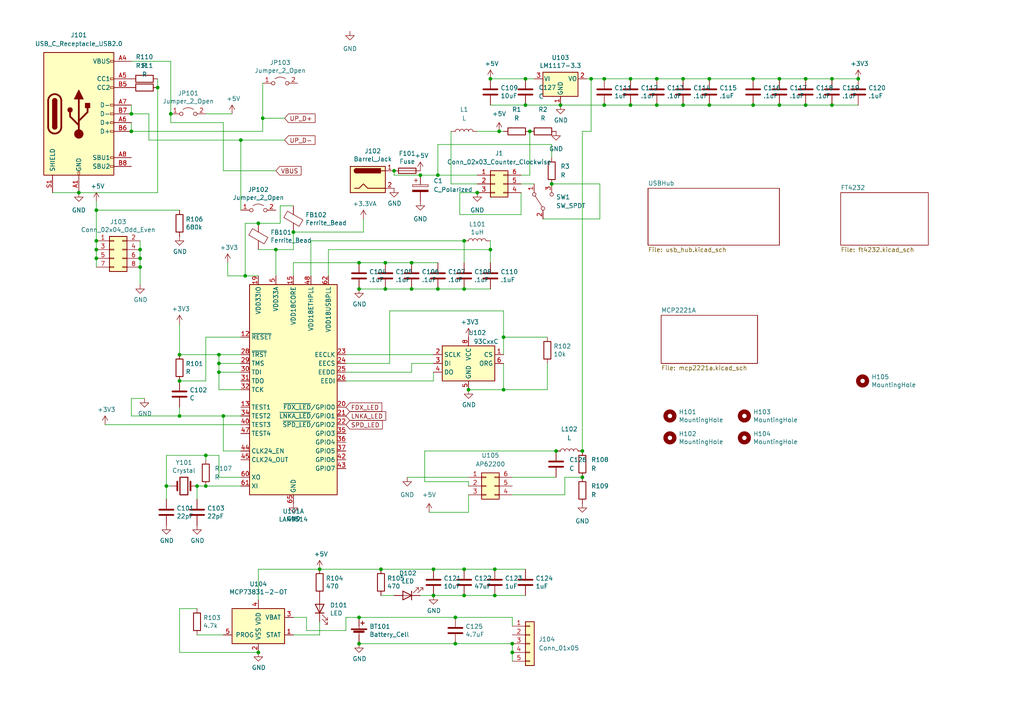
<source format=kicad_sch>
(kicad_sch (version 20211123) (generator eeschema)
  (paper "A4")
  (junction (at 71.12 80.01))
  (junction (at 52.07 120.65))
  (junction (at 161.29 130.81))
  (junction (at 198.12 22.86))
  (junction (at 148.59 189.23))
  (junction (at 205.74 30.48))
  (junction (at 182.88 22.86))
  (junction (at 143.51 165.1))
  (junction (at 119.38 83.82))
  (junction (at 40.64 74.93))
  (junction (at 104.14 186.69))
  (junction (at 162.56 30.48))
  (junction (at 146.05 97.79))
  (junction (at 27.94 69.85))
  (junction (at 198.12 30.48))
  (junction (at 152.4 22.86))
  (junction (at 45.72 25.4))
  (junction (at 138.43 55.88))
  (junction (at 110.49 165.1))
  (junction (at 248.92 22.86))
  (junction (at 74.93 64.77))
  (junction (at 92.71 165.1))
  (junction (at 153.67 38.1))
  (junction (at 114.3 49.53))
  (junction (at 226.06 30.48))
  (junction (at 64.77 120.65))
  (junction (at 59.69 132.08))
  (junction (at 74.93 189.23))
  (junction (at 40.64 72.39))
  (junction (at 38.1 33.02))
  (junction (at 104.14 179.07))
  (junction (at 241.3 22.86))
  (junction (at 135.89 113.03))
  (junction (at 134.62 165.1))
  (junction (at 63.5 105.41))
  (junction (at 168.91 130.81))
  (junction (at 57.15 140.97))
  (junction (at 121.92 50.8))
  (junction (at 27.94 72.39))
  (junction (at 190.5 30.48))
  (junction (at 59.69 140.97))
  (junction (at 127 50.8))
  (junction (at 168.91 138.43))
  (junction (at 142.24 22.86))
  (junction (at 85.09 67.31))
  (junction (at 152.4 30.48))
  (junction (at 132.08 179.07))
  (junction (at 22.86 55.88))
  (junction (at 134.62 83.82))
  (junction (at 119.38 76.2))
  (junction (at 218.44 22.86))
  (junction (at 40.64 77.47))
  (junction (at 111.76 83.82))
  (junction (at 80.01 72.39))
  (junction (at 125.73 172.72))
  (junction (at 63.5 107.95))
  (junction (at 63.5 102.87))
  (junction (at 175.26 30.48))
  (junction (at 104.14 76.2))
  (junction (at 49.53 33.02))
  (junction (at 218.44 30.48))
  (junction (at 146.05 113.03))
  (junction (at 190.5 22.86))
  (junction (at 27.94 74.93))
  (junction (at 69.85 40.64))
  (junction (at 38.1 38.1))
  (junction (at 171.45 22.86))
  (junction (at 134.62 172.72))
  (junction (at 111.76 76.2))
  (junction (at 125.73 165.1))
  (junction (at 205.74 22.86))
  (junction (at 226.06 22.86))
  (junction (at 144.78 38.1))
  (junction (at 142.24 72.39))
  (junction (at 143.51 172.72))
  (junction (at 127 83.82))
  (junction (at 48.26 140.97))
  (junction (at 52.07 110.49))
  (junction (at 241.3 30.48))
  (junction (at 233.68 22.86))
  (junction (at 134.62 69.85))
  (junction (at 175.26 22.86))
  (junction (at 76.2 34.29))
  (junction (at 160.02 53.34))
  (junction (at 104.14 83.82))
  (junction (at 148.59 186.69))
  (junction (at 52.07 102.87))
  (junction (at 132.08 186.69))
  (junction (at 27.94 60.96))
  (junction (at 182.88 30.48))
  (junction (at 233.68 30.48))
  (wire (pts (xy 154.94 22.86) (xy 152.4 22.86)))
  (wire (pts (xy 63.5 105.41) (xy 63.5 102.87)))
  (wire (pts (xy 111.76 83.82) (xy 119.38 83.82)))
  (wire (pts (xy 43.18 40.64) (xy 43.18 33.02)))
  (wire (pts (xy 64.77 35.56) (xy 64.77 49.53)))
  (wire (pts (xy 49.53 35.56) (xy 64.77 35.56)))
  (wire (pts (xy 168.91 138.43) (xy 163.83 138.43)))
  (wire (pts (xy 52.07 60.96) (xy 27.94 60.96)))
  (wire (pts (xy 119.38 76.2) (xy 127 76.2)))
  (wire (pts (xy 57.15 140.97) (xy 59.69 140.97)))
  (wire (pts (xy 100.33 105.41) (xy 113.03 105.41)))
  (wire (pts (xy 162.56 30.48) (xy 175.26 30.48)))
  (wire (pts (xy 69.85 120.65) (xy 64.77 120.65)))
  (wire (pts (xy 123.19 139.7) (xy 135.89 139.7)))
  (wire (pts (xy 88.9 182.88) (xy 100.33 182.88)))
  (wire (pts (xy 48.26 140.97) (xy 48.26 132.08)))
  (wire (pts (xy 71.12 64.77) (xy 71.12 80.01)))
  (wire (pts (xy 52.07 110.49) (xy 59.69 110.49)))
  (wire (pts (xy 111.76 83.82) (xy 104.14 83.82)))
  (wire (pts (xy 205.74 30.48) (xy 218.44 30.48)))
  (wire (pts (xy 92.71 184.15) (xy 85.09 184.15)))
  (wire (pts (xy 110.49 165.1) (xy 125.73 165.1)))
  (wire (pts (xy 148.59 189.23) (xy 148.59 191.77)))
  (wire (pts (xy 134.62 69.85) (xy 134.62 76.2)))
  (wire (pts (xy 85.09 179.07) (xy 88.9 179.07)))
  (wire (pts (xy 64.77 49.53) (xy 80.01 49.53)))
  (wire (pts (xy 125.73 110.49) (xy 100.33 110.49)))
  (wire (pts (xy 142.24 72.39) (xy 142.24 76.2)))
  (wire (pts (xy 43.18 33.02) (xy 38.1 33.02)))
  (wire (pts (xy 15.24 55.88) (xy 22.86 55.88)))
  (wire (pts (xy 49.53 17.78) (xy 38.1 17.78)))
  (wire (pts (xy 119.38 105.41) (xy 125.73 105.41)))
  (wire (pts (xy 146.05 113.03) (xy 135.89 113.03)))
  (wire (pts (xy 69.85 60.96) (xy 69.85 40.64)))
  (wire (pts (xy 173.99 63.5) (xy 157.48 63.5)))
  (wire (pts (xy 171.45 38.1) (xy 171.45 22.86)))
  (wire (pts (xy 90.17 69.85) (xy 134.62 69.85)))
  (wire (pts (xy 146.05 97.79) (xy 146.05 102.87)))
  (wire (pts (xy 74.93 64.77) (xy 71.12 64.77)))
  (wire (pts (xy 158.75 105.41) (xy 158.75 113.03)))
  (wire (pts (xy 205.74 30.48) (xy 198.12 30.48)))
  (wire (pts (xy 95.25 80.01) (xy 95.25 72.39)))
  (wire (pts (xy 138.43 50.8) (xy 127 50.8)))
  (wire (pts (xy 143.51 172.72) (xy 152.4 172.72)))
  (wire (pts (xy 69.85 105.41) (xy 63.5 105.41)))
  (wire (pts (xy 90.17 80.01) (xy 90.17 69.85)))
  (wire (pts (xy 64.77 130.81) (xy 64.77 120.65)))
  (wire (pts (xy 127 41.91) (xy 127 50.8)))
  (wire (pts (xy 163.83 143.51) (xy 148.59 143.51)))
  (wire (pts (xy 138.43 38.1) (xy 144.78 38.1)))
  (wire (pts (xy 48.26 132.08) (xy 59.69 132.08)))
  (wire (pts (xy 74.93 165.1) (xy 92.71 165.1)))
  (wire (pts (xy 111.76 76.2) (xy 104.14 76.2)))
  (wire (pts (xy 233.68 22.86) (xy 226.06 22.86)))
  (wire (pts (xy 134.62 165.1) (xy 143.51 165.1)))
  (wire (pts (xy 85.09 76.2) (xy 85.09 80.01)))
  (wire (pts (xy 135.89 143.51) (xy 135.89 148.59)))
  (wire (pts (xy 148.59 179.07) (xy 132.08 179.07)))
  (wire (pts (xy 71.12 80.01) (xy 66.04 80.01)))
  (wire (pts (xy 134.62 83.82) (xy 127 83.82)))
  (wire (pts (xy 135.89 139.7) (xy 135.89 140.97)))
  (wire (pts (xy 100.33 179.07) (xy 104.14 179.07)))
  (wire (pts (xy 182.88 30.48) (xy 190.5 30.48)))
  (wire (pts (xy 85.09 67.31) (xy 85.09 72.39)))
  (wire (pts (xy 52.07 120.65) (xy 38.1 120.65)))
  (wire (pts (xy 161.29 130.81) (xy 123.19 130.81)))
  (wire (pts (xy 133.35 62.23) (xy 151.13 62.23)))
  (wire (pts (xy 226.06 30.48) (xy 233.68 30.48)))
  (wire (pts (xy 40.64 74.93) (xy 40.64 77.47)))
  (wire (pts (xy 85.09 72.39) (xy 80.01 72.39)))
  (wire (pts (xy 168.91 38.1) (xy 171.45 38.1)))
  (wire (pts (xy 69.85 102.87) (xy 63.5 102.87)))
  (wire (pts (xy 43.18 40.64) (xy 69.85 40.64)))
  (wire (pts (xy 57.15 176.53) (xy 52.07 176.53)))
  (wire (pts (xy 92.71 180.34) (xy 92.71 184.15)))
  (wire (pts (xy 171.45 22.86) (xy 175.26 22.86)))
  (wire (pts (xy 121.92 50.8) (xy 114.3 50.8)))
  (wire (pts (xy 153.67 38.1) (xy 153.67 50.8)))
  (wire (pts (xy 113.03 105.41) (xy 113.03 90.17)))
  (wire (pts (xy 76.2 24.13) (xy 76.2 34.29)))
  (wire (pts (xy 114.3 172.72) (xy 110.49 172.72)))
  (wire (pts (xy 40.64 69.85) (xy 40.64 72.39)))
  (wire (pts (xy 134.62 172.72) (xy 125.73 172.72)))
  (wire (pts (xy 168.91 130.81) (xy 168.91 38.1)))
  (wire (pts (xy 59.69 132.08) (xy 63.5 132.08)))
  (wire (pts (xy 175.26 30.48) (xy 182.88 30.48)))
  (wire (pts (xy 114.3 50.8) (xy 114.3 49.53)))
  (wire (pts (xy 69.85 107.95) (xy 63.5 107.95)))
  (wire (pts (xy 67.31 33.02) (xy 59.69 33.02)))
  (wire (pts (xy 133.35 55.88) (xy 133.35 62.23)))
  (wire (pts (xy 151.13 53.34) (xy 154.94 53.34)))
  (wire (pts (xy 134.62 83.82) (xy 142.24 83.82)))
  (wire (pts (xy 38.1 38.1) (xy 76.2 38.1)))
  (wire (pts (xy 41.91 115.57) (xy 38.1 115.57)))
  (wire (pts (xy 132.08 179.07) (xy 104.14 179.07)))
  (wire (pts (xy 76.2 38.1) (xy 76.2 34.29)))
  (wire (pts (xy 81.28 59.69) (xy 85.09 59.69)))
  (wire (pts (xy 127 50.8) (xy 121.92 50.8)))
  (wire (pts (xy 152.4 22.86) (xy 142.24 22.86)))
  (wire (pts (xy 48.26 140.97) (xy 48.26 144.78)))
  (wire (pts (xy 125.73 165.1) (xy 134.62 165.1)))
  (wire (pts (xy 59.69 97.79) (xy 69.85 97.79)))
  (wire (pts (xy 66.04 80.01) (xy 66.04 76.2)))
  (wire (pts (xy 100.33 182.88) (xy 100.33 179.07)))
  (wire (pts (xy 27.94 74.93) (xy 27.94 72.39)))
  (wire (pts (xy 190.5 22.86) (xy 182.88 22.86)))
  (wire (pts (xy 198.12 22.86) (xy 190.5 22.86)))
  (wire (pts (xy 148.59 138.43) (xy 161.29 138.43)))
  (wire (pts (xy 52.07 102.87) (xy 52.07 93.98)))
  (wire (pts (xy 119.38 83.82) (xy 127 83.82)))
  (wire (pts (xy 218.44 30.48) (xy 226.06 30.48)))
  (wire (pts (xy 130.81 53.34) (xy 138.43 53.34)))
  (wire (pts (xy 241.3 30.48) (xy 233.68 30.48)))
  (wire (pts (xy 27.94 69.85) (xy 27.94 60.96)))
  (wire (pts (xy 198.12 30.48) (xy 190.5 30.48)))
  (wire (pts (xy 198.12 22.86) (xy 205.74 22.86)))
  (wire (pts (xy 218.44 22.86) (xy 205.74 22.86)))
  (wire (pts (xy 241.3 22.86) (xy 248.92 22.86)))
  (wire (pts (xy 52.07 189.23) (xy 74.93 189.23)))
  (wire (pts (xy 123.19 130.81) (xy 123.19 139.7)))
  (wire (pts (xy 63.5 132.08) (xy 63.5 138.43)))
  (wire (pts (xy 175.26 22.86) (xy 182.88 22.86)))
  (wire (pts (xy 158.75 97.79) (xy 146.05 97.79)))
  (wire (pts (xy 152.4 30.48) (xy 162.56 30.48)))
  (wire (pts (xy 88.9 179.07) (xy 88.9 182.88)))
  (wire (pts (xy 45.72 25.4) (xy 45.72 55.88)))
  (wire (pts (xy 59.69 140.97) (xy 69.85 140.97)))
  (wire (pts (xy 49.53 140.97) (xy 48.26 140.97)))
  (wire (pts (xy 69.85 130.81) (xy 64.77 130.81)))
  (wire (pts (xy 148.59 181.61) (xy 148.59 179.07)))
  (wire (pts (xy 218.44 22.86) (xy 226.06 22.86)))
  (wire (pts (xy 80.01 72.39) (xy 74.93 72.39)))
  (wire (pts (xy 63.5 102.87) (xy 52.07 102.87)))
  (wire (pts (xy 63.5 113.03) (xy 63.5 107.95)))
  (wire (pts (xy 135.89 148.59) (xy 124.46 148.59)))
  (wire (pts (xy 130.81 38.1) (xy 130.81 53.34)))
  (wire (pts (xy 170.18 22.86) (xy 171.45 22.86)))
  (wire (pts (xy 63.5 138.43) (xy 69.85 138.43)))
  (wire (pts (xy 49.53 33.02) (xy 49.53 35.56)))
  (wire (pts (xy 134.62 172.72) (xy 143.51 172.72)))
  (wire (pts (xy 59.69 132.08) (xy 59.69 133.35)))
  (wire (pts (xy 38.1 120.65) (xy 38.1 115.57)))
  (wire (pts (xy 105.41 67.31) (xy 85.09 67.31)))
  (wire (pts (xy 27.94 77.47) (xy 27.94 74.93)))
  (wire (pts (xy 121.92 172.72) (xy 125.73 172.72)))
  (wire (pts (xy 241.3 22.86) (xy 233.68 22.86)))
  (wire (pts (xy 146.05 90.17) (xy 146.05 97.79)))
  (wire (pts (xy 69.85 40.64) (xy 82.55 40.64)))
  (wire (pts (xy 125.73 102.87) (xy 100.33 102.87)))
  (wire (pts (xy 81.28 64.77) (xy 81.28 59.69)))
  (wire (pts (xy 27.94 60.96) (xy 27.94 58.42)))
  (wire (pts (xy 74.93 80.01) (xy 71.12 80.01)))
  (wire (pts (xy 104.14 186.69) (xy 132.08 186.69)))
  (wire (pts (xy 27.94 72.39) (xy 27.94 69.85)))
  (wire (pts (xy 153.67 50.8) (xy 151.13 50.8)))
  (wire (pts (xy 160.02 45.72) (xy 160.02 41.91)))
  (wire (pts (xy 173.99 53.34) (xy 173.99 63.5)))
  (wire (pts (xy 64.77 120.65) (xy 52.07 120.65)))
  (wire (pts (xy 40.64 77.47) (xy 40.64 82.55)))
  (wire (pts (xy 95.25 72.39) (xy 142.24 72.39)))
  (wire (pts (xy 142.24 30.48) (xy 152.4 30.48)))
  (wire (pts (xy 57.15 140.97) (xy 57.15 144.78)))
  (wire (pts (xy 76.2 34.29) (xy 82.55 34.29)))
  (wire (pts (xy 49.53 33.02) (xy 49.53 17.78)))
  (wire (pts (xy 144.78 38.1) (xy 146.05 38.1)))
  (wire (pts (xy 113.03 90.17) (xy 146.05 90.17)))
  (wire (pts (xy 52.07 118.11) (xy 52.07 120.65)))
  (wire (pts (xy 146.05 105.41) (xy 146.05 113.03)))
  (wire (pts (xy 59.69 110.49) (xy 59.69 97.79)))
  (wire (pts (xy 142.24 69.85) (xy 142.24 72.39)))
  (wire (pts (xy 80.01 72.39) (xy 80.01 80.01)))
  (wire (pts (xy 119.38 107.95) (xy 119.38 105.41)))
  (wire (pts (xy 69.85 113.03) (xy 63.5 113.03)))
  (wire (pts (xy 52.07 176.53) (xy 52.07 189.23)))
  (wire (pts (xy 104.14 76.2) (xy 85.09 76.2)))
  (wire (pts (xy 63.5 107.95) (xy 63.5 105.41)))
  (wire (pts (xy 92.71 165.1) (xy 110.49 165.1)))
  (wire (pts (xy 151.13 62.23) (xy 151.13 55.88)))
  (wire (pts (xy 148.59 186.69) (xy 148.59 189.23)))
  (wire (pts (xy 45.72 22.86) (xy 45.72 25.4)))
  (wire (pts (xy 45.72 55.88) (xy 22.86 55.88)))
  (wire (pts (xy 160.02 41.91) (xy 127 41.91)))
  (wire (pts (xy 163.83 138.43) (xy 163.83 143.51)))
  (wire (pts (xy 125.73 107.95) (xy 125.73 110.49)))
  (wire (pts (xy 69.85 123.19) (xy 30.48 123.19)))
  (wire (pts (xy 248.92 30.48) (xy 241.3 30.48)))
  (wire (pts (xy 38.1 30.48) (xy 38.1 33.02)))
  (wire (pts (xy 119.38 76.2) (xy 111.76 76.2)))
  (wire (pts (xy 105.41 63.5) (xy 105.41 67.31)))
  (wire (pts (xy 160.02 53.34) (xy 173.99 53.34)))
  (wire (pts (xy 64.77 184.15) (xy 57.15 184.15)))
  (wire (pts (xy 138.43 55.88) (xy 133.35 55.88)))
  (wire (pts (xy 40.64 72.39) (xy 40.64 74.93)))
  (wire (pts (xy 74.93 64.77) (xy 81.28 64.77)))
  (wire (pts (xy 143.51 165.1) (xy 152.4 165.1)))
  (wire (pts (xy 74.93 173.99) (xy 74.93 165.1)))
  (wire (pts (xy 38.1 35.56) (xy 38.1 38.1)))
  (wire (pts (xy 118.11 138.43) (xy 135.89 138.43)))
  (wire (pts (xy 100.33 107.95) (xy 119.38 107.95)))
  (wire (pts (xy 158.75 113.03) (xy 146.05 113.03)))
  (wire (pts (xy 132.08 186.69) (xy 148.59 186.69)))
  (global_label "UP_D+" (shape input) (at 82.55 34.29 0) (property "Intersheet References" "${INTERSHEET_REFS}" (effects hide)))
  (global_label "SPD_LED" (shape input) (at 100.33 123.19 0) (property "Intersheet References" "${INTERSHEET_REFS}" (effects hide)))
  (global_label "FDX_LED" (shape input) (at 100.33 118.11 0) (property "Intersheet References" "${INTERSHEET_REFS}" (effects hide)))
  (global_label "VBUS" (shape input) (at 80.01 49.53 0) (property "Intersheet References" "${INTERSHEET_REFS}" (effects hide)))
  (global_label "LNKA_LED" (shape input) (at 100.33 120.65 0) (property "Intersheet References" "${INTERSHEET_REFS}" (effects hide)))
  (global_label "UP_D-" (shape input) (at 82.55 40.64 0) (property "Intersheet References" "${INTERSHEET_REFS}" (effects hide)))
  (symbol (lib_id "Interface_Ethernet:LAN9514") (at 85.09 113.03 0) (unit 1)
    (property "Reference" "U101" (at 85.09 148.3106 0))
    (property "Value" "LAN9514" (at 85.09 150.622 0))
    (property "Footprint" "iotether:QFN-64-1EP_9x9mm_P0.5mm_EP6x6mm" (effects hide))
    (property "Datasheet" "http://ww1.microchip.com/downloads/en/DeviceDoc/00002306A.pdf" (effects hide))
  )
  (symbol (lib_id "Device:C") (at 48.26 148.59 0) (unit 1)
    (property "Reference" "C101" (at 51.181 147.4216 0) (effects (justify left)))
    (property "Value" "22pF" (at 51.181 149.733 0) (effects (justify left)))
    (property "Footprint" "Capacitor_SMD:C_0805_2012Metric_Pad1.15x1.40mm_HandSolder" (effects hide))
  )
  (symbol (lib_id "Device:C") (at 57.15 148.59 0) (unit 1)
    (property "Reference" "C103" (at 60.071 147.4216 0) (effects (justify left)))
    (property "Value" "22pF" (at 60.071 149.733 0) (effects (justify left)))
    (property "Footprint" "Capacitor_SMD:C_0805_2012Metric_Pad1.15x1.40mm_HandSolder" (effects hide))
  )
  (symbol (lib_id "Device:Crystal") (at 53.34 140.97 0) (unit 1)
    (property "Reference" "Y101" (at 53.34 134.1628 0))
    (property "Value" "Crystal" (at 53.34 136.4742 0))
    (property "Footprint" "Crystal:Crystal_HC49-U_Vertical" (effects hide))
  )
  (symbol (lib_id "power:GND") (at 85.09 146.05 0) (unit 1)
    (property "Reference" "#PWR0101" (effects hide))
    (property "Value" "GND" (at 85.217 150.4442 0))
  )
  (symbol (lib_id "power:GND") (at 48.26 152.4 0) (unit 1)
    (property "Reference" "#PWR0102" (effects hide))
    (property "Value" "GND" (at 48.387 156.7942 0))
  )
  (symbol (lib_id "power:GND") (at 57.15 152.4 0) (unit 1)
    (property "Reference" "#PWR0103" (effects hide))
    (property "Value" "GND" (at 57.277 156.7942 0))
  )
  (symbol (lib_id "power:GND") (at 41.91 115.57 0) (unit 1)
    (property "Reference" "#PWR0104" (effects hide))
    (property "Value" "GND" (at 42.037 119.9642 0))
  )
  (symbol (lib_id "iotether-rescue:+3.3V-power") (at 30.48 123.19 0) (unit 1)
    (property "Reference" "#PWR0105" (effects hide))
    (property "Value" "+3.3V" (at 30.861 118.7958 0))
  )
  (symbol (lib_id "iotether-rescue:+3.3V-power") (at 52.07 93.98 0) (unit 1)
    (property "Reference" "#PWR0106" (effects hide))
    (property "Value" "+3.3V" (at 52.451 89.5858 0))
  )
  (symbol (lib_id "Device:R") (at 52.07 106.68 0) (unit 1)
    (property "Reference" "R101" (at 53.848 105.5116 0) (effects (justify left)))
    (property "Value" "R" (at 53.848 107.823 0) (effects (justify left)))
    (property "Footprint" "Resistor_SMD:R_0603_1608Metric_Pad1.05x0.95mm_HandSolder" (effects hide))
  )
  (symbol (lib_id "Device:C") (at 52.07 114.3 0) (unit 1)
    (property "Reference" "C102" (at 54.991 113.1316 0) (effects (justify left)))
    (property "Value" "C" (at 54.991 115.443 0) (effects (justify left)))
    (property "Footprint" "Capacitor_SMD:C_0805_2012Metric_Pad1.15x1.40mm_HandSolder" (effects hide))
  )
  (symbol (lib_id "iotether-rescue:+3.3V-power") (at 66.04 76.2 0) (unit 1)
    (property "Reference" "#PWR0107" (effects hide))
    (property "Value" "+3.3V" (at 66.421 71.8058 0))
  )
  (symbol (lib_id "Device:C") (at 104.14 80.01 0) (unit 1)
    (property "Reference" "C104" (at 107.061 78.8416 0) (effects (justify left)))
    (property "Value" ".1uF" (at 107.061 81.153 0) (effects (justify left)))
    (property "Footprint" "Capacitor_SMD:C_0603_1608Metric_Pad1.08x0.95mm_HandSolder" (effects hide))
  )
  (symbol (lib_id "power:GND") (at 104.14 83.82 0) (unit 1)
    (property "Reference" "#PWR0108" (effects hide))
    (property "Value" "GND" (at 104.267 88.2142 0))
  )
  (symbol (lib_id "Device:C") (at 111.76 80.01 0) (unit 1)
    (property "Reference" "C105" (at 114.681 78.8416 0) (effects (justify left)))
    (property "Value" ".1uF" (at 114.681 81.153 0) (effects (justify left)))
    (property "Footprint" "Capacitor_SMD:C_0603_1608Metric_Pad1.05x0.95mm_HandSolder" (effects hide))
  )
  (symbol (lib_id "Device:C") (at 119.38 80.01 0) (unit 1)
    (property "Reference" "C106" (at 122.301 78.8416 0) (effects (justify left)))
    (property "Value" ".1uF" (at 122.301 81.153 0) (effects (justify left)))
    (property "Footprint" "Capacitor_SMD:C_0603_1608Metric_Pad1.08x0.95mm_HandSolder" (effects hide))
  )
  (symbol (lib_id "Device:C") (at 127 80.01 0) (unit 1)
    (property "Reference" "C107" (at 129.921 78.8416 0) (effects (justify left)))
    (property "Value" ".1uF" (at 129.921 81.153 0) (effects (justify left)))
    (property "Footprint" "Capacitor_SMD:C_0603_1608Metric_Pad1.05x0.95mm_HandSolder" (effects hide))
  )
  (symbol (lib_id "Device:C") (at 134.62 80.01 0) (unit 1)
    (property "Reference" "C108" (at 137.541 78.8416 0) (effects (justify left)))
    (property "Value" ".1uF" (at 137.541 81.153 0) (effects (justify left)))
    (property "Footprint" "Capacitor_SMD:C_0603_1608Metric_Pad1.05x0.95mm_HandSolder" (effects hide))
  )
  (symbol (lib_id "Device:C") (at 142.24 80.01 0) (unit 1)
    (property "Reference" "C110" (at 145.161 78.8416 0) (effects (justify left)))
    (property "Value" ".1uF" (at 145.161 81.153 0) (effects (justify left)))
    (property "Footprint" "Capacitor_SMD:C_0603_1608Metric_Pad1.05x0.95mm_HandSolder" (effects hide))
  )
  (symbol (lib_id "iotether-rescue:+3.3V-power") (at 135.89 97.79 0) (unit 1)
    (property "Reference" "#PWR0109" (effects hide))
    (property "Value" "+3.3V" (at 136.271 93.3958 0))
  )
  (symbol (lib_id "power:GND") (at 135.89 113.03 0) (unit 1)
    (property "Reference" "#PWR0110" (effects hide))
    (property "Value" "GND" (at 136.017 117.4242 0))
  )
  (symbol (lib_id "Jumper:Jumper_2_Open") (at 54.61 33.02 0) (unit 1)
    (property "Reference" "JP101" (at 54.61 27.051 0))
    (property "Value" "Jumper_2_Open" (at 54.61 29.3624 0))
    (property "Footprint" "Resistor_SMD:R_0603_1608Metric" (effects hide))
  )
  (symbol (lib_id "power:+5V") (at 67.31 33.02 0) (unit 1)
    (property "Reference" "#PWR0112" (effects hide))
    (property "Value" "+5V" (at 67.691 28.6258 0))
  )
  (symbol (lib_id "Device:C") (at 142.24 26.67 0) (unit 1)
    (property "Reference" "C109" (at 145.161 25.5016 0) (effects (justify left)))
    (property "Value" "10uF" (at 145.161 27.813 0) (effects (justify left)))
    (property "Footprint" "Capacitor_SMD:C_0805_2012Metric_Pad1.15x1.40mm_HandSolder" (effects hide))
  )
  (symbol (lib_id "Regulator_Linear:LM1117-3.3") (at 162.56 22.86 0) (unit 1)
    (property "Reference" "U103" (at 162.56 16.7132 0))
    (property "Value" "LM1117-3.3" (at 162.56 19.0246 0))
    (property "Footprint" "Package_TO_SOT_SMD:SOT-223-3_TabPin2" (effects hide))
    (property "Datasheet" "http://www.ti.com/lit/ds/symlink/lm1117.pdf" (effects hide))
  )
  (symbol (lib_id "power:GND") (at 162.56 30.48 0) (unit 1)
    (property "Reference" "#PWR0113" (effects hide))
    (property "Value" "GND" (at 162.687 34.8742 0))
  )
  (symbol (lib_id "power:+5V") (at 142.24 22.86 0) (unit 1)
    (property "Reference" "#PWR0114" (effects hide))
    (property "Value" "+5V" (at 142.621 18.4658 0))
  )
  (symbol (lib_id "Device:C") (at 175.26 26.67 0) (unit 1)
    (property "Reference" "C111" (at 178.181 25.5016 0) (effects (justify left)))
    (property "Value" "1uF" (at 178.181 27.813 0) (effects (justify left)))
    (property "Footprint" "Capacitor_SMD:C_0805_2012Metric_Pad1.15x1.40mm_HandSolder" (effects hide))
  )
  (symbol (lib_id "Device:C") (at 182.88 26.67 0) (unit 1)
    (property "Reference" "C112" (at 185.801 25.5016 0) (effects (justify left)))
    (property "Value" ".1uF" (at 185.801 27.813 0) (effects (justify left)))
    (property "Footprint" "Capacitor_SMD:C_0603_1608Metric_Pad1.05x0.95mm_HandSolder" (effects hide))
  )
  (symbol (lib_id "Device:C") (at 190.5 26.67 0) (unit 1)
    (property "Reference" "C113" (at 193.421 25.5016 0) (effects (justify left)))
    (property "Value" ".1uF" (at 193.421 27.813 0) (effects (justify left)))
    (property "Footprint" "Capacitor_SMD:C_0603_1608Metric_Pad1.05x0.95mm_HandSolder" (effects hide))
  )
  (symbol (lib_id "Device:C") (at 198.12 26.67 0) (unit 1)
    (property "Reference" "C114" (at 201.041 25.5016 0) (effects (justify left)))
    (property "Value" ".1uF" (at 201.041 27.813 0) (effects (justify left)))
    (property "Footprint" "Capacitor_SMD:C_0603_1608Metric_Pad1.05x0.95mm_HandSolder" (effects hide))
  )
  (symbol (lib_id "Device:C") (at 205.74 26.67 0) (unit 1)
    (property "Reference" "C115" (at 208.661 25.5016 0) (effects (justify left)))
    (property "Value" ".1uF" (at 208.661 27.813 0) (effects (justify left)))
    (property "Footprint" "Capacitor_SMD:C_0603_1608Metric_Pad1.05x0.95mm_HandSolder" (effects hide))
  )
  (symbol (lib_id "Device:C") (at 218.44 26.67 0) (unit 1)
    (property "Reference" "C116" (at 221.361 25.5016 0) (effects (justify left)))
    (property "Value" ".1uF" (at 221.361 27.813 0) (effects (justify left)))
    (property "Footprint" "Capacitor_SMD:C_0603_1608Metric_Pad1.05x0.95mm_HandSolder" (effects hide))
  )
  (symbol (lib_id "Device:C") (at 226.06 26.67 0) (unit 1)
    (property "Reference" "C117" (at 228.981 25.5016 0) (effects (justify left)))
    (property "Value" ".1uF" (at 228.981 27.813 0) (effects (justify left)))
    (property "Footprint" "Capacitor_SMD:C_0603_1608Metric_Pad1.05x0.95mm_HandSolder" (effects hide))
  )
  (symbol (lib_id "Device:C") (at 233.68 26.67 0) (unit 1)
    (property "Reference" "C118" (at 236.601 25.5016 0) (effects (justify left)))
    (property "Value" ".1uF" (at 236.601 27.813 0) (effects (justify left)))
    (property "Footprint" "Capacitor_SMD:C_0603_1608Metric_Pad1.05x0.95mm_HandSolder" (effects hide))
  )
  (symbol (lib_id "Device:C") (at 241.3 26.67 0) (unit 1)
    (property "Reference" "C119" (at 244.221 25.5016 0) (effects (justify left)))
    (property "Value" ".1uF" (at 244.221 27.813 0) (effects (justify left)))
    (property "Footprint" "Capacitor_SMD:C_0603_1608Metric_Pad1.05x0.95mm_HandSolder" (effects hide))
  )
  (symbol (lib_id "Device:C") (at 248.92 26.67 0) (unit 1)
    (property "Reference" "C120" (at 251.841 25.5016 0) (effects (justify left)))
    (property "Value" ".1uF" (at 251.841 27.813 0) (effects (justify left)))
    (property "Footprint" "Capacitor_SMD:C_0603_1608Metric_Pad1.05x0.95mm_HandSolder" (effects hide))
  )
  (symbol (lib_id "iotether-rescue:+3.3V-power") (at 248.92 22.86 0) (unit 1)
    (property "Reference" "#PWR0115" (effects hide))
    (property "Value" "+3.3V" (at 249.301 18.4658 0))
  )
  (symbol (lib_id "Jumper:Jumper_2_Open") (at 81.28 24.13 0) (unit 1)
    (property "Reference" "JP103" (at 81.28 18.161 0))
    (property "Value" "Jumper_2_Open" (at 81.28 20.4724 0))
    (property "Footprint" "Resistor_SMD:R_0603_1608Metric" (effects hide))
  )
  (symbol (lib_id "Jumper:Jumper_2_Open") (at 74.93 60.96 0) (unit 1)
    (property "Reference" "JP102" (at 74.93 54.991 0))
    (property "Value" "Jumper_2_Open" (at 74.93 57.3024 0))
    (property "Footprint" "Resistor_SMD:R_0603_1608Metric" (effects hide))
  )
  (symbol (lib_id "Device:R") (at 158.75 101.6 0) (unit 1)
    (property "Reference" "R102" (at 160.528 100.4316 0) (effects (justify left)))
    (property "Value" "10k" (at 160.528 102.743 0) (effects (justify left)))
    (property "Footprint" "Resistor_SMD:R_0603_1608Metric_Pad1.05x0.95mm_HandSolder" (effects hide))
  )
  (symbol (lib_id "Connector:Barrel_Jack") (at 106.68 52.07 0) (unit 1)
    (property "Reference" "J102" (at 108.1278 43.815 0))
    (property "Value" "Barrel_Jack" (at 108.1278 46.1264 0))
    (property "Footprint" "Connector_BarrelJack:BarrelJack_Horizontal" (effects hide))
  )
  (symbol (lib_id "Device:Fuse") (at 118.11 49.53 270) (unit 1)
    (property "Reference" "F101" (at 118.11 44.5262 90))
    (property "Value" "Fuse" (at 118.11 46.8376 90))
    (property "Footprint" "Fuse:Fuse_BelFuse_0ZRE0033FF_L11.4mm_W3.8mm" (effects hide))
  )
  (symbol (lib_id "power:GND") (at 114.3 54.61 0) (unit 1)
    (property "Reference" "#PWR0116" (effects hide))
    (property "Value" "GND" (at 114.427 59.0042 0))
  )
  (symbol (lib_id "power:+5V") (at 121.92 49.53 0) (unit 1)
    (property "Reference" "#PWR0117" (effects hide))
    (property "Value" "+5V" (at 122.301 45.1358 0))
  )
  (symbol (lib_id "Device:L") (at 138.43 69.85 90) (unit 1)
    (property "Reference" "L101" (at 138.43 65.024 90))
    (property "Value" "1uH" (at 138.43 67.3354 90))
    (property "Footprint" "Inductor_SMD:L_1206_3216Metric_Pad1.42x1.75mm_HandSolder" (effects hide))
  )
  (symbol (lib_id "Mechanical:MountingHole") (at 194.31 120.65 0) (unit 1)
    (property "Reference" "H101" (at 196.85 119.4816 0) (effects (justify left)))
    (property "Value" "MountingHole" (at 196.85 121.793 0) (effects (justify left)))
    (property "Footprint" "MountingHole:MountingHole_3.2mm_M3" (effects hide))
  )
  (symbol (lib_id "Mechanical:MountingHole") (at 194.31 127 0) (unit 1)
    (property "Reference" "H102" (at 196.85 125.8316 0) (effects (justify left)))
    (property "Value" "MountingHole" (at 196.85 128.143 0) (effects (justify left)))
    (property "Footprint" "MountingHole:MountingHole_3.2mm_M3" (effects hide))
  )
  (symbol (lib_id "Device:R") (at 52.07 64.77 0) (unit 1)
    (property "Reference" "R106" (at 53.848 63.6016 0) (effects (justify left)))
    (property "Value" "680k" (at 53.848 65.913 0) (effects (justify left)))
    (property "Footprint" "Resistor_SMD:R_0603_1608Metric_Pad0.98x0.95mm_HandSolder" (effects hide))
  )
  (symbol (lib_id "power:GND") (at 52.07 68.58 0) (unit 1)
    (property "Reference" "#PWR0162" (effects hide))
    (property "Value" "GND" (at 52.197 72.9742 0))
  )
  (symbol (lib_id "Mechanical:MountingHole") (at 215.9 120.65 0) (unit 1)
    (property "Reference" "H103" (at 218.44 119.4816 0) (effects (justify left)))
    (property "Value" "MountingHole" (at 218.44 121.793 0) (effects (justify left)))
    (property "Footprint" "MountingHole:MountingHole_3.2mm_M3" (effects hide))
  )
  (symbol (lib_id "Mechanical:MountingHole") (at 215.9 127 0) (unit 1)
    (property "Reference" "H104" (at 218.44 125.8316 0) (effects (justify left)))
    (property "Value" "MountingHole" (at 218.44 128.143 0) (effects (justify left)))
    (property "Footprint" "MountingHole:MountingHole_3.2mm_M3" (effects hide))
  )
  (symbol (lib_id "Mechanical:MountingHole") (at 250.19 110.49 0) (unit 1)
    (property "Reference" "H105" (at 252.73 109.3216 0) (effects (justify left)))
    (property "Value" "MountingHole" (at 252.73 111.633 0) (effects (justify left)))
    (property "Footprint" "Symbol:OSHW-Logo2_7.3x6mm_SilkScreen" (effects hide))
  )
  (symbol (lib_id "Battery_Management:MCP73831-2-OT") (at 74.93 181.61 0) (unit 1)
    (property "Reference" "U104" (at 74.93 169.3926 0))
    (property "Value" "MCP73831-2-OT" (at 74.93 171.704 0))
    (property "Footprint" "Package_TO_SOT_SMD:SOT-23-5" (effects hide))
    (property "Datasheet" "http://ww1.microchip.com/downloads/en/DeviceDoc/20001984g.pdf" (effects hide))
  )
  (symbol (lib_id "power:GND") (at 74.93 189.23 0) (unit 1)
    (property "Reference" "#PWR0139" (effects hide))
    (property "Value" "GND" (at 75.057 193.6242 0))
  )
  (symbol (lib_id "Device:Battery_Cell") (at 104.14 184.15 0) (unit 1)
    (property "Reference" "BT101" (at 107.1372 181.7116 0) (effects (justify left)))
    (property "Value" "Battery_Cell" (at 107.1372 184.023 0) (effects (justify left)))
    (property "Footprint" "Connector_PinHeader_2.54mm:PinHeader_1x02_P2.54mm_Horizontal" (effects hide))
  )
  (symbol (lib_id "power:GND") (at 104.14 186.69 0) (unit 1)
    (property "Reference" "#PWR0141" (effects hide))
    (property "Value" "GND" (at 104.267 191.0842 0))
  )
  (symbol (lib_id "Device:R") (at 57.15 180.34 0) (unit 1)
    (property "Reference" "R103" (at 58.928 179.1716 0) (effects (justify left)))
    (property "Value" "4.7k" (at 58.928 181.483 0) (effects (justify left)))
    (property "Footprint" "Resistor_SMD:R_0603_1608Metric_Pad1.05x0.95mm_HandSolder" (effects hide))
  )
  (symbol (lib_id "Device:R") (at 92.71 168.91 0) (unit 1)
    (property "Reference" "R104" (at 94.488 167.7416 0) (effects (justify left)))
    (property "Value" "470" (at 94.488 170.053 0) (effects (justify left)))
    (property "Footprint" "Resistor_SMD:R_0603_1608Metric_Pad1.05x0.95mm_HandSolder" (effects hide))
  )
  (symbol (lib_id "Device:R") (at 110.49 168.91 0) (unit 1)
    (property "Reference" "R105" (at 112.268 167.7416 0) (effects (justify left)))
    (property "Value" "470" (at 112.268 170.053 0) (effects (justify left)))
    (property "Footprint" "Resistor_SMD:R_0603_1608Metric_Pad1.05x0.95mm_HandSolder" (effects hide))
  )
  (symbol (lib_id "Device:LED") (at 92.71 176.53 90) (unit 1)
    (property "Reference" "D101" (at 95.6818 175.5394 90) (effects (justify right)))
    (property "Value" "LED" (at 95.6818 177.8508 90) (effects (justify right)))
    (property "Footprint" "LED_SMD:LED_1210_3225Metric_Pad1.42x2.65mm_HandSolder" (effects hide))
  )
  (symbol (lib_id "Device:C") (at 125.73 168.91 0) (unit 1)
    (property "Reference" "C121" (at 128.651 167.7416 0) (effects (justify left)))
    (property "Value" "10uF" (at 128.651 170.053 0) (effects (justify left)))
    (property "Footprint" "Capacitor_THT:CP_Radial_D8.0mm_P3.50mm" (effects hide))
  )
  (symbol (lib_id "Device:C") (at 134.62 168.91 0) (unit 1)
    (property "Reference" "C122" (at 137.541 167.7416 0) (effects (justify left)))
    (property "Value" "47uF" (at 137.541 170.053 0) (effects (justify left)))
    (property "Footprint" "Capacitor_THT:CP_Radial_D8.0mm_P3.50mm" (effects hide))
  )
  (symbol (lib_id "Device:C") (at 143.51 168.91 0) (unit 1)
    (property "Reference" "C123" (at 146.431 167.7416 0) (effects (justify left)))
    (property "Value" "1uF" (at 146.431 170.053 0) (effects (justify left)))
    (property "Footprint" "Capacitor_THT:CP_Radial_D8.0mm_P3.50mm" (effects hide))
  )
  (symbol (lib_id "Device:C") (at 152.4 168.91 0) (unit 1)
    (property "Reference" "C124" (at 155.321 167.7416 0) (effects (justify left)))
    (property "Value" "1uF" (at 155.321 170.053 0) (effects (justify left)))
    (property "Footprint" "Capacitor_THT:CP_Radial_D8.0mm_P3.50mm" (effects hide))
  )
  (symbol (lib_id "power:GND") (at 125.73 172.72 0) (unit 1)
    (property "Reference" "#PWR0142" (effects hide))
    (property "Value" "GND" (at 125.857 177.1142 0))
  )
  (symbol (lib_id "Device:LED") (at 118.11 172.72 180) (unit 1)
    (property "Reference" "D102" (at 118.2878 166.243 0))
    (property "Value" "LED" (at 118.2878 168.5544 0))
    (property "Footprint" "LED_SMD:LED_1210_3225Metric_Pad1.42x2.65mm_HandSolder" (effects hide))
  )
  (symbol (lib_id "iotether-rescue:Ferrite_Bead-Device") (at 74.93 68.58 0) (unit 1)
    (property "Reference" "FB101" (at 78.4098 67.4116 0) (effects (justify left)))
    (property "Value" "Ferrite_Bead" (at 78.4098 69.723 0) (effects (justify left)))
    (property "Footprint" "Inductor_SMD:L_1206_3216Metric_Pad1.22x1.90mm_HandSolder" (effects hide))
  )
  (symbol (lib_id "iotether-rescue:Ferrite_Bead-Device") (at 85.09 63.5 0) (unit 1)
    (property "Reference" "FB102" (at 88.5698 62.3316 0) (effects (justify left)))
    (property "Value" "Ferrite_Bead" (at 88.5698 64.643 0) (effects (justify left)))
    (property "Footprint" "Inductor_SMD:L_1206_3216Metric_Pad1.22x1.90mm_HandSolder" (effects hide))
  )
  (symbol (lib_id "power:+5V") (at 92.71 165.1 0) (unit 1)
    (property "Reference" "#PWR0140" (effects hide))
    (property "Value" "+5V" (at 93.091 160.7058 0))
  )
  (symbol (lib_id "Device:C") (at 132.08 182.88 0) (unit 1)
    (property "Reference" "C125" (at 135.001 181.7116 0) (effects (justify left)))
    (property "Value" "4.7uF" (at 135.001 184.023 0) (effects (justify left)))
    (property "Footprint" "Capacitor_THT:CP_Radial_D6.3mm_P2.50mm" (effects hide))
  )
  (symbol (lib_id "power:+3.3VA") (at 105.41 63.5 0) (unit 1)
    (property "Reference" "#PWR0130" (effects hide))
    (property "Value" "+3.3VA" (at 105.791 59.1058 0))
  )
  (symbol (lib_id "Connector_Generic:Conn_02x04_Odd_Even") (at 33.02 72.39 0) (unit 1)
    (property "Reference" "J103" (at 34.29 64.3382 0))
    (property "Value" "Conn_02x04_Odd_Even" (at 34.29 66.6496 0))
    (property "Footprint" "Connector_PinHeader_2.54mm:PinHeader_2x04_P2.54mm_Vertical" (effects hide))
  )
  (symbol (lib_id "power:GND") (at 40.64 82.55 0) (unit 1)
    (property "Reference" "#PWR0143" (effects hide))
    (property "Value" "GND" (at 40.767 86.9442 0))
  )
  (symbol (lib_id "power:+5V") (at 27.94 58.42 0) (unit 1)
    (property "Reference" "#PWR0144" (effects hide))
    (property "Value" "+5V" (at 28.321 54.0258 0))
  )
  (symbol (lib_id "Memory_EEPROM:93CxxC") (at 135.89 105.41 0) (mirror y) (unit 1)
    (property "Reference" "U102" (at 138.43 96.52 0))
    (property "Value" "93CxxC" (at 140.97 99.06 0))
    (property "Footprint" "Package_DIP:DIP-8_W7.62mm_Socket" (effects hide))
    (property "Datasheet" "http://ww1.microchip.com/downloads/en/DeviceDoc/20001749K.pdf" (effects hide))
  )
  (symbol (lib_id "Device:R") (at 168.91 142.24 0) (unit 1)
    (property "Reference" "R109" (at 171.45 140.9699 0) (effects (justify left)))
    (property "Value" "R" (at 171.45 143.5099 0) (effects (justify left)))
    (property "Footprint" "Resistor_SMD:R_0603_1608Metric" (effects hide))
  )
  (symbol (lib_id "Device:L") (at 134.62 38.1 90) (unit 1)
    (property "Reference" "L1" (at 134.62 31.75 90))
    (property "Value" "L" (at 134.62 34.29 90))
    (property "Footprint" "Inductor_THT:L_Radial_D12.5mm_P7.00mm_Fastron_09HCP" (effects hide))
  )
  (symbol (lib_id "Device:R") (at 157.48 38.1 90) (unit 1)
    (property "Reference" "R2" (at 157.48 31.75 90))
    (property "Value" "R" (at 157.48 34.29 90))
    (property "Footprint" "Resistor_SMD:R_0603_1608Metric" (effects hide))
  )
  (symbol (lib_id "Device:R") (at 160.02 49.53 0) (unit 1)
    (property "Reference" "R3" (at 162.56 48.2599 0) (effects (justify left)))
    (property "Value" "R" (at 162.56 50.7999 0) (effects (justify left)))
    (property "Footprint" "Resistor_SMD:R_0603_1608Metric" (effects hide))
  )
  (symbol (lib_id "Connector_Generic:Conn_01x05") (at 153.67 186.69 0) (unit 1)
    (property "Reference" "J104" (at 156.21 185.4199 0) (effects (justify left)))
    (property "Value" "Conn_01x05" (at 156.21 187.9599 0) (effects (justify left)))
    (property "Footprint" "Library:009155003541006" (effects hide))
  )
  (symbol (lib_id "Device:L") (at 165.1 130.81 90) (unit 1)
    (property "Reference" "L102" (at 165.1 124.46 90))
    (property "Value" "L" (at 165.1 127 90))
    (property "Footprint" "Inductor_SMD:L_1210_3225Metric_Pad1.42x2.65mm_HandSolder" (effects hide))
  )
  (symbol (lib_id "Device:R") (at 149.86 38.1 90) (unit 1)
    (property "Reference" "R1" (at 149.86 31.75 90))
    (property "Value" "R" (at 149.86 34.29 90))
    (property "Footprint" "Resistor_SMD:R_0603_1608Metric" (effects hide))
  )
  (symbol (lib_id "power:GND") (at 138.43 55.88 0) (unit 1)
    (property "Reference" "#PWR02" (effects hide))
    (property "Value" "GND" (at 138.43 60.96 0))
  )
  (symbol (lib_id "power:+5V") (at 144.78 38.1 0) (unit 1)
    (property "Reference" "#PWR03" (effects hide))
    (property "Value" "+5V" (at 144.78 33.02 0))
  )
  (symbol (lib_id "Device:R") (at 59.69 137.16 0) (unit 1)
    (property "Reference" "R107" (at 62.23 135.8899 0) (effects (justify left)))
    (property "Value" "R" (at 62.23 138.4299 0) (effects (justify left)))
    (property "Footprint" "Resistor_SMD:R_0805_2012Metric" (effects hide))
  )
  (symbol (lib_id "Device:C_Polarized") (at 121.92 54.61 0) (unit 1)
    (property "Reference" "C1" (at 125.73 52.4509 0) (effects (justify left)))
    (property "Value" "C_Polarized" (at 125.73 54.9909 0) (effects (justify left)))
    (property "Footprint" "Capacitor_THT:CP_Radial_D10.0mm_P5.00mm" (effects hide))
  )
  (symbol (lib_id "Device:C") (at 161.29 134.62 0) (unit 1)
    (property "Reference" "C126" (at 165.1 133.3499 0) (effects (justify left)))
    (property "Value" "C" (at 165.1 135.8899 0) (effects (justify left)))
    (property "Footprint" "Capacitor_SMD:C_0603_1608Metric" (effects hide))
  )
  (symbol (lib_id "power:GND") (at 118.11 138.43 0) (unit 1)
    (property "Reference" "#PWR0182" (effects hide))
    (property "Value" "GND" (at 118.11 143.51 0))
  )
  (symbol (lib_id "Connector:USB_C_Receptacle_USB2.0") (at 22.86 33.02 0) (unit 1)
    (property "Reference" "J101" (at 22.86 10.16 0))
    (property "Value" "USB_C_Receptacle_USB2.0" (at 22.86 12.7 0))
    (property "Footprint" "Library:USB_C_Receptacle_GCT_USB4105-xx-A_16P_TopMnt_Horizontal" (effects hide))
    (property "Datasheet" "https://www.usb.org/sites/default/files/documents/usb_type-c.zip" (effects hide))
  )
  (symbol (lib_id "Connector_Generic:Conn_02x03_Counter_Clockwise") (at 143.51 53.34 0) (unit 1)
    (property "Reference" "J1" (at 144.78 44.45 0))
    (property "Value" "Conn_02x03_Counter_Clockwise" (at 144.78 46.99 0))
    (property "Footprint" "Package_TO_SOT_SMD:SOT-563" (effects hide))
  )
  (symbol (lib_id "power:GND") (at 121.92 58.42 0) (unit 1)
    (property "Reference" "#PWR01" (effects hide))
    (property "Value" "GND" (at 121.92 63.5 0))
  )
  (symbol (lib_id "Connector_Generic:Conn_02x03_Counter_Clockwise") (at 140.97 140.97 0) (unit 1)
    (property "Reference" "U105" (at 142.24 132.08 0))
    (property "Value" "AP62200" (at 142.24 134.62 0))
    (property "Footprint" "Package_TO_SOT_SMD:SOT-23-6" (effects hide))
  )
  (symbol (lib_id "Device:R") (at 168.91 134.62 0) (unit 1)
    (property "Reference" "R108" (at 171.45 133.3499 0) (effects (justify left)))
    (property "Value" "R" (at 171.45 135.8899 0) (effects (justify left)))
    (property "Footprint" "Resistor_SMD:R_0603_1608Metric" (effects hide))
  )
  (symbol (lib_id "power:+5V") (at 124.46 148.59 0) (unit 1)
    (property "Reference" "#PWR0183" (effects hide))
    (property "Value" "+5V" (at 124.46 143.51 0))
  )
  (symbol (lib_id "power:GND") (at 161.29 38.1 0) (unit 1)
    (property "Reference" "#PWR04" (effects hide))
    (property "Value" "GND" (at 161.29 43.18 0))
  )
  (symbol (lib_id "power:GND") (at 22.86 55.88 0) (unit 1)
    (property "Reference" "#PWR0111" (effects hide))
    (property "Value" "GND" (at 22.86 60.96 0))
  )
  (symbol (lib_id "Device:R") (at 41.91 25.4 90) (unit 1)
    (property "Reference" "R111" (at 41.91 19.05 90))
    (property "Value" "R" (at 41.91 21.59 90))
    (property "Footprint" "Resistor_SMD:R_0603_1608Metric" (effects hide))
  )
  (symbol (lib_id "power:GND") (at 101.5028 9.0578 0) (unit 1)
    (property "Reference" "#PWR0185" (effects hide))
    (property "Value" "GND" (at 101.5028 14.1378 0))
  )
  (symbol (lib_id "Device:R") (at 41.91 22.86 90) (unit 1)
    (property "Reference" "R110" (at 41.91 16.51 90))
    (property "Value" "R" (at 41.91 19.05 90))
    (property "Footprint" "Resistor_SMD:R_0603_1608Metric" (effects hide))
  )
  (symbol (lib_id "Switch:SW_SPDT") (at 157.48 58.42 90) (unit 1)
    (property "Reference" "SW1" (at 161.29 57.1499 90) (effects (justify right)))
    (property "Value" "SW_SPDT" (at 161.29 59.6899 90) (effects (justify right)))
    (property "Footprint" "Connector_PinSocket_2.54mm:PinSocket_1x03_P2.54mm_Vertical" (effects hide))
  )
  (symbol (lib_id "power:GND") (at 168.91 146.05 0) (unit 1)
    (property "Reference" "#PWR0184" (effects hide))
    (property "Value" "GND" (at 168.91 151.13 0))
  )
  (symbol (lib_id "Device:C") (at 152.4 26.67 0) (unit 1)
    (property "Reference" "C127" (at 156.21 25.3999 0) (effects (justify left)))
    (property "Value" "C" (at 156.21 27.9399 0) (effects (justify left)))
    (property "Footprint" "Capacitor_THT:CP_Radial_D8.0mm_P3.80mm" (effects hide))
  )
  (sheet (at 187.96 54.61) (size 38.1 16.51)
    (property "Sheet name" "USBHub" (at 187.96 53.8984 0) (effects (justify left bottom)))
    (property "Sheet file" "usb_hub.kicad_sch" (at 187.96 71.7046 0) (effects (justify left top)))
  )
  (sheet (at 243.84 55.88) (size 25.4 15.24)
    (property "Sheet name" "FT4232" (at 243.84 55.1684 0) (effects (justify left bottom)))
    (property "Sheet file" "ft4232.kicad_sch" (at 243.84 71.7046 0) (effects (justify left top)))
  )
  (sheet (at 191.77 91.44) (size 27.94 13.97)
    (property "Sheet name" "MCP2221A" (at 191.77 90.7284 0) (effects (justify left bottom)))
    (property "Sheet file" "mcp2221a.kicad_sch" (at 191.77 105.9946 0) (effects (justify left top)))
  )
)
</source>
